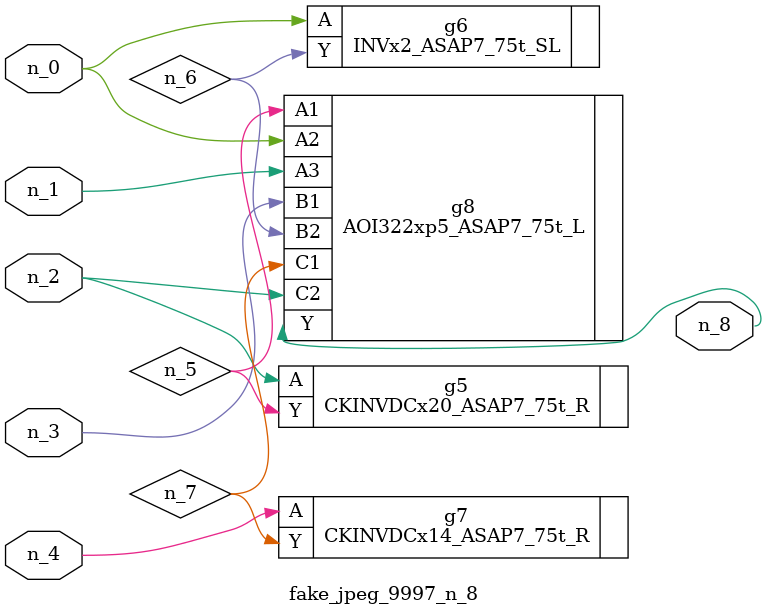
<source format=v>
module fake_jpeg_9997_n_8 (n_3, n_2, n_1, n_0, n_4, n_8);

input n_3;
input n_2;
input n_1;
input n_0;
input n_4;

output n_8;

wire n_6;
wire n_5;
wire n_7;

CKINVDCx20_ASAP7_75t_R g5 ( 
.A(n_2),
.Y(n_5)
);

INVx2_ASAP7_75t_SL g6 ( 
.A(n_0),
.Y(n_6)
);

CKINVDCx14_ASAP7_75t_R g7 ( 
.A(n_4),
.Y(n_7)
);

AOI322xp5_ASAP7_75t_L g8 ( 
.A1(n_5),
.A2(n_0),
.A3(n_1),
.B1(n_3),
.B2(n_6),
.C1(n_7),
.C2(n_2),
.Y(n_8)
);


endmodule
</source>
